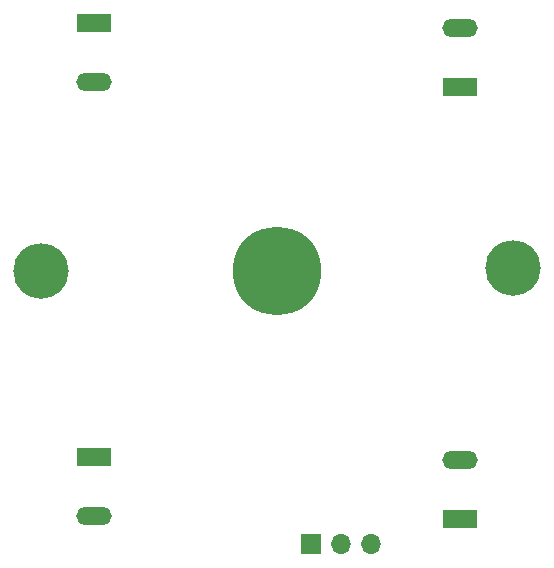
<source format=gbs>
G04 #@! TF.GenerationSoftware,KiCad,Pcbnew,(5.1.9)-1*
G04 #@! TF.CreationDate,2021-06-03T13:52:17+02:00*
G04 #@! TF.ProjectId,seriallight,73657269-616c-46c6-9967-68742e6b6963,rev?*
G04 #@! TF.SameCoordinates,Original*
G04 #@! TF.FileFunction,Soldermask,Bot*
G04 #@! TF.FilePolarity,Negative*
%FSLAX46Y46*%
G04 Gerber Fmt 4.6, Leading zero omitted, Abs format (unit mm)*
G04 Created by KiCad (PCBNEW (5.1.9)-1) date 2021-06-03 13:52:17*
%MOMM*%
%LPD*%
G01*
G04 APERTURE LIST*
%ADD10C,7.500000*%
%ADD11R,3.000000X1.500000*%
%ADD12O,3.000000X1.500000*%
%ADD13R,1.700000X1.700000*%
%ADD14O,1.700000X1.700000*%
%ADD15C,4.700000*%
G04 APERTURE END LIST*
D10*
X100000000Y-100000000D03*
D11*
X84500000Y-79000000D03*
D12*
X84500000Y-84000000D03*
D13*
X102870000Y-123190000D03*
D14*
X105410000Y-123190000D03*
X107950000Y-123190000D03*
D12*
X115500000Y-79500000D03*
D11*
X115500000Y-84500000D03*
D15*
X80000000Y-100000000D03*
X120000000Y-99750000D03*
D12*
X84500000Y-120750000D03*
D11*
X84500000Y-115750000D03*
X115500000Y-121000000D03*
D12*
X115500000Y-116000000D03*
M02*

</source>
